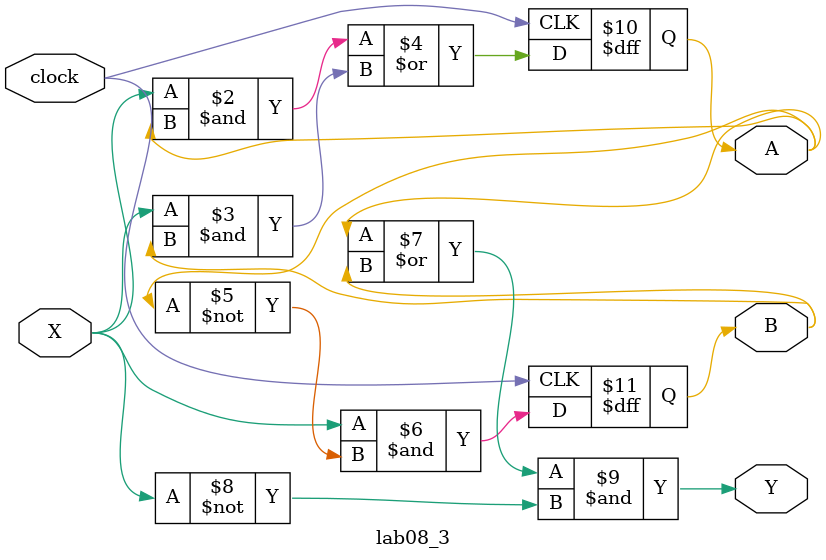
<source format=v>
module lab08_3(A,B,X,Y,clock);
	input X;
	input clock;
	output A,B,Y;
	reg A;
	reg B;

always @ (posedge clock) begin
	A<=(X&A)|(X&B);
	B<=(X&~A);
	end
	
	assign Y = (A|B)&(~X);
	endmodule
	
</source>
